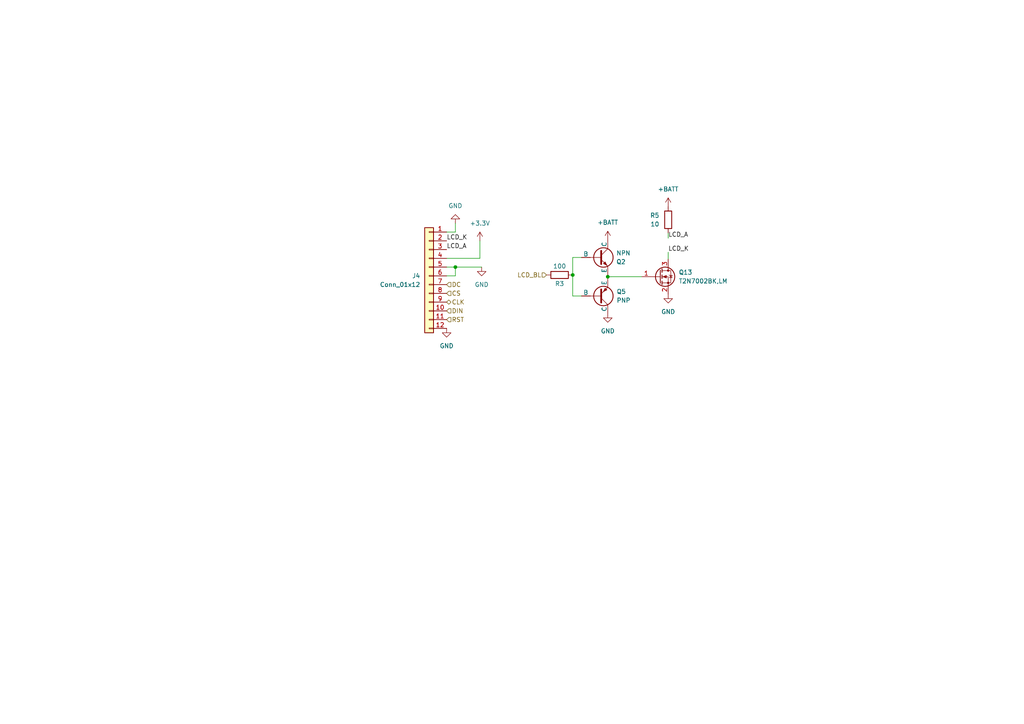
<source format=kicad_sch>
(kicad_sch (version 20230121) (generator eeschema)
  (paper "A4")
  (lib_symbols
    (symbol "Connector_Generic:Conn_01x12" (pin_names (offset 1.016) hide)
      (property "Reference" "J" (at 0 15.24 0))
      (property "Value" "Conn_01x12" (at 0 -17.78 0))
      (symbol "Conn_01x12_1_1"
        (rectangle (start -1.27 -15.113) (end 0 -15.367) (stroke (width 0.1524)))
        (rectangle (start -1.27 -12.573) (end 0 -12.827) (stroke (width 0.1524)))
        (rectangle (start -1.27 -10.033) (end 0 -10.287) (stroke (width 0.1524)))
        (rectangle (start -1.27 -7.493) (end 0 -7.747) (stroke (width 0.1524)))
        (rectangle (start -1.27 -4.953) (end 0 -5.207) (stroke (width 0.1524)))
        (rectangle (start -1.27 -2.413) (end 0 -2.667) (stroke (width 0.1524)))
        (rectangle (start -1.27 0.127) (end 0 -0.127) (stroke (width 0.1524)))
        (rectangle (start -1.27 2.667) (end 0 2.413) (stroke (width 0.1524)))
        (rectangle (start -1.27 5.207) (end 0 4.953) (stroke (width 0.1524)))
        (rectangle (start -1.27 7.747) (end 0 7.493) (stroke (width 0.1524)))
        (rectangle (start -1.27 10.287) (end 0 10.033) (stroke (width 0.1524)))
        (rectangle (start -1.27 12.827) (end 0 12.573) (stroke (width 0.1524)))
        (rectangle (start -1.27 13.97) (end 1.27 -16.51) (stroke (width 0.254)) (fill (type background)))
        (pin passive line (at -5.08 12.7 0) (length 3.81) (name "Pin_1") (number "1"))
        (pin passive line (at -5.08 -10.16 0) (length 3.81) (name "Pin_10") (number "10"))
        (pin passive line (at -5.08 -12.7 0) (length 3.81) (name "Pin_11") (number "11"))
        (pin passive line (at -5.08 -15.24 0) (length 3.81) (name "Pin_12") (number "12"))
        (pin passive line (at -5.08 10.16 0) (length 3.81) (name "Pin_2") (number "2"))
        (pin passive line (at -5.08 7.62 0) (length 3.81) (name "Pin_3") (number "3"))
        (pin passive line (at -5.08 5.08 0) (length 3.81) (name "Pin_4") (number "4"))
        (pin passive line (at -5.08 2.54 0) (length 3.81) (name "Pin_5") (number "5"))
        (pin passive line (at -5.08 0 0) (length 3.81) (name "Pin_6") (number "6"))
        (pin passive line (at -5.08 -2.54 0) (length 3.81) (name "Pin_7") (number "7"))
        (pin passive line (at -5.08 -5.08 0) (length 3.81) (name "Pin_8") (number "8"))
        (pin passive line (at -5.08 -7.62 0) (length 3.81) (name "Pin_9") (number "9"))
      )
    )
    (symbol "Device:R" (pin_numbers hide) (pin_names (offset 0))
      (property "Reference" "R" (at 2.032 0 90))
      (property "Value" "R" (at 0 0 90))
      (symbol "R_0_1"
        (rectangle (start -1.016 -2.54) (end 1.016 2.54) (stroke (width 0.254)))
      )
      (symbol "R_1_1"
        (pin passive line (at 0 3.81 270) (length 1.27) (name "~") (number "1"))
        (pin passive line (at 0 -3.81 90) (length 1.27) (name "~") (number "2"))
      )
    )
    (symbol "PNP_1" (pin_numbers hide) (pin_names (offset 0))
      (property "Reference" "Q5" (at 5.08 1.27 0))
      (property "Value" "PNP" (at 5.08 -1.27 0))
      (symbol "PNP_1_0_1"
        (polyline (pts (xy -2.54 0) (xy 0.635 0)) (stroke (width 0.1524)))
        (polyline (pts (xy 0.635 0.635) (xy 2.54 2.54)))
        (polyline (pts (xy 0.635 -0.635) (xy 2.54 -2.54) (xy 2.54 -2.54)))
        (polyline (pts (xy 0.635 1.905) (xy 0.635 -1.905) (xy 0.635 -1.905)) (stroke (width 0.508)))
        (polyline (pts (xy 2.286 -1.778) (xy 1.778 -2.286) (xy 1.27 -1.27) (xy 2.286 -1.778) (xy 2.286 -1.778)) (fill (type outline)))
        (circle (center 1.27 0) (radius 2.8194) (stroke (width 0.254)))
      )
      (symbol "PNP_1_1_1"
        (pin input line (at -5.08 0 0) (length 2.54) (name "B") (number "1"))
        (pin open_emitter line (at 2.54 -5.08 90) (length 2.54) (name "E") (number "2"))
        (pin open_collector line (at 2.54 5.08 270) (length 2.54) (name "C") (number "3"))
      )
    )
    (symbol "Simulation_SPICE:NPN" (pin_numbers hide) (pin_names (offset 0))
      (property "Reference" "Q2" (at 5.08 1.27 0))
      (property "Value" "NPN" (at 5.08 -1.27 0))
      (symbol "NPN_0_1"
        (polyline (pts (xy -2.54 0) (xy 0.635 0)) (stroke (width 0.1524)))
        (polyline (pts (xy 0.635 0.635) (xy 2.54 2.54)))
        (polyline (pts (xy 2.794 -1.27) (xy 2.794 -1.27)) (stroke (width 0.1524)))
        (polyline (pts (xy 2.794 -1.27) (xy 2.794 -1.27)) (stroke (width 0.1524)))
        (polyline (pts (xy 0.635 -0.635) (xy 2.54 -2.54) (xy 2.54 -2.54)))
        (polyline (pts (xy 0.635 1.905) (xy 0.635 -1.905) (xy 0.635 -1.905)) (stroke (width 0.508)))
        (polyline (pts (xy 1.27 -1.778) (xy 1.778 -1.27) (xy 2.286 -2.286) (xy 1.27 -1.778) (xy 1.27 -1.778)) (fill (type outline)))
        (circle (center 1.27 0) (radius 2.8194) (stroke (width 0.254)))
      )
      (symbol "NPN_1_1"
        (pin input line (at -5.08 0 0) (length 2.54) (name "B") (number "1"))
        (pin open_emitter line (at 2.54 -5.08 90) (length 2.54) (name "E") (number "2"))
        (pin open_collector line (at 2.54 5.08 270) (length 2.54) (name "C") (number "3"))
      )
    )
    (symbol "Transistor_FET:TSM2302CX" (pin_names hide)
      (property "Reference" "Q" (at 5.08 1.905 0))
      (property "Value" "TSM2302CX" (at 5.08 0 0))
      (symbol "TSM2302CX_0_1"
        (polyline (pts (xy 0.254 0) (xy -2.54 0)))
        (polyline (pts (xy 0.254 1.905) (xy 0.254 -1.905)) (stroke (width 0.254)))
        (polyline (pts (xy 0.762 -1.27) (xy 0.762 -2.286)) (stroke (width 0.254)))
        (polyline (pts (xy 0.762 0.508) (xy 0.762 -0.508)) (stroke (width 0.254)))
        (polyline (pts (xy 0.762 2.286) (xy 0.762 1.27)) (stroke (width 0.254)))
        (polyline (pts (xy 2.54 2.54) (xy 2.54 1.778)))
        (polyline (pts (xy 2.54 -2.54) (xy 2.54 0) (xy 0.762 0)))
        (polyline (pts (xy 0.762 -1.778) (xy 3.302 -1.778) (xy 3.302 1.778) (xy 0.762 1.778)))
        (polyline (pts (xy 1.016 0) (xy 2.032 0.381) (xy 2.032 -0.381) (xy 1.016 0)) (fill (type outline)))
        (polyline (pts (xy 2.794 0.508) (xy 2.921 0.381) (xy 3.683 0.381) (xy 3.81 0.254)))
        (polyline (pts (xy 3.302 0.381) (xy 2.921 -0.254) (xy 3.683 -0.254) (xy 3.302 0.381)))
        (circle (center 1.651 0) (radius 2.794) (stroke (width 0.254)))
        (circle (center 2.54 -1.778) (radius 0.254) (fill (type outline)))
        (circle (center 2.54 1.778) (radius 0.254) (fill (type outline)))
      )
      (symbol "TSM2302CX_1_1"
        (pin input line (at -5.08 0 0) (length 2.54) (name "G") (number "1"))
        (pin passive line (at 2.54 -5.08 90) (length 2.54) (name "S") (number "2"))
        (pin passive line (at 2.54 5.08 270) (length 2.54) (name "D") (number "3"))
      )
    )
    (symbol "power:+3.3V" (power) (pin_names (offset 0))
      (property "Value" "+3.3V" (at 0 3.556 0))
      (symbol "+3.3V_0_1"
        (polyline (pts (xy -0.762 1.27) (xy 0 2.54)))
        (polyline (pts (xy 0 0) (xy 0 2.54)))
        (polyline (pts (xy 0 2.54) (xy 0.762 1.27)))
      )
      (symbol "+3.3V_1_1"
        (pin power_in line (at 0 0 90) (length 0) hide (name "+3.3V") (number "1"))
      )
    )
    (symbol "power:+BATT" (power) (pin_names (offset 0))
      (property "Value" "+BATT" (at 0 3.556 0))
      (symbol "+BATT_0_1"
        (polyline (pts (xy -0.762 1.27) (xy 0 2.54)))
        (polyline (pts (xy 0 0) (xy 0 2.54)))
        (polyline (pts (xy 0 2.54) (xy 0.762 1.27)))
      )
      (symbol "+BATT_1_1"
        (pin power_in line (at 0 0 90) (length 0) hide (name "+BATT") (number "1"))
      )
    )
    (symbol "power:GND" (power) (pin_names (offset 0))
      (property "Value" "GND" (at 0 -3.81 0))
      (symbol "GND_0_1"
        (polyline (pts (xy 0 0) (xy 0 -1.27) (xy 1.27 -1.27) (xy 0 -2.54) (xy -1.27 -1.27) (xy 0 -1.27)))
      )
      (symbol "GND_1_1"
        (pin power_in line (at 0 0 270) (length 0) hide (name "GND") (number "1"))
      )
    )
  )
  (junction (at 176.276 80.264))
  (junction (at 166.116 79.756))
  (junction (at 132.08 77.47))
  (wire (pts (xy 193.802 73.152) (xy 193.802 75.184)))
  (wire (pts (xy 176.276 80.772) (xy 176.276 80.264)))
  (wire (pts (xy 168.656 74.676) (xy 166.116 74.676)))
  (wire (pts (xy 129.54 74.93) (xy 139.192 74.93)))
  (wire (pts (xy 176.276 80.264) (xy 186.182 80.264)))
  (wire (pts (xy 132.08 80.01) (xy 132.08 77.47)))
  (wire (pts (xy 166.116 85.852) (xy 166.116 79.756)))
  (wire (pts (xy 129.54 80.01) (xy 132.08 80.01)))
  (wire (pts (xy 139.192 74.93) (xy 139.192 69.85)))
  (wire (pts (xy 132.08 67.31) (xy 132.08 64.77)))
  (wire (pts (xy 168.656 85.852) (xy 166.116 85.852)))
  (wire (pts (xy 129.54 77.47) (xy 132.08 77.47)))
  (wire (pts (xy 193.802 67.564) (xy 193.802 69.088)))
  (wire (pts (xy 176.276 80.264) (xy 176.276 79.756)))
  (wire (pts (xy 129.54 67.31) (xy 132.08 67.31)))
  (wire (pts (xy 132.08 77.47) (xy 139.7 77.47)))
  (wire (pts (xy 166.116 74.676) (xy 166.116 79.756)))
  (label "LCD_K" (at 129.54 69.85 0))
  (label "LCD_K" (at 193.802 73.152 0))
  (label "LCD_A" (at 193.802 69.088 0))
  (label "LCD_A" (at 129.54 72.39 0))
  (hierarchical_label "LCD_BL" (shape input) (at 158.496 79.756 180))
  (hierarchical_label "DC" (shape input) (at 129.54 82.55 0))
  (hierarchical_label "CS" (shape input) (at 129.54 85.09 0))
  (hierarchical_label "DIN" (shape input) (at 129.54 90.17 0))
  (hierarchical_label "CLK" (shape bidirectional) (at 129.54 87.63 0))
  (hierarchical_label "RST" (shape input) (at 129.54 92.71 0))
  (symbol (lib_id "power:GND") (at 139.7 77.47 0) (unit 1)
    (property "Reference" "#PWR068" (effects hide))
    (property "Value" "GND" (at 139.7 82.55 0))
  )
  (symbol (lib_id "power:+3.3V") (at 139.192 69.85 0) (unit 1)
    (property "Reference" "#PWR067" (effects hide))
    (property "Value" "+3.3V" (at 139.192 64.77 0))
  )
  (symbol (lib_name "PNP_1") (lib_id "Simulation_SPICE:PNP") (at 173.736 85.852 0) (mirror x) (unit 1)
    (property "Reference" "Q5" (at 178.816 84.582 0) (effects (justify left)))
    (property "Value" "PNP" (at 178.816 87.122 0) (effects (justify left)))
    (property "Footprint" "Package_TO_SOT_SMD:SOT-23" (effects hide))
    (property "Sim.Device" "PNP" (effects hide))
    (property "Sim.Type" "GUMMELPOON" (effects hide))
    (property "Sim.Pins" "1=B 2=E 3=C" (effects hide))
    (property "Manufacturer" "Diodes Incorporated" (effects hide))
    (property "Manufacturer Part Number" "FMMT591TA" (effects hide))
    (property "Manufacturing Note" "B" (effects hide))
    (property "Package" "SOT23" (effects hide))
    (property "Description" "TRANS PNP 60V 1A SOT23-3" (effects hide))
    (property "Long Description" "Bipolar (BJT) Transistor PNP 60 V 1 A 150MHz 500 mW Surface Mount SOT-23-3" (effects hide))
    (instances (project "MaxTENS" (path "" (reference "Q5") (unit 1)) (path "" (reference "Q11") (unit 1)) (path "" (reference "Q15") (unit 1))))
  )
  (symbol (lib_id "Device:R") (at 162.306 79.756 90) (unit 1)
    (property "Reference" "R3" (at 162.306 82.296 90))
    (property "Value" "100" (at 162.306 77.216 90))
    (property "Footprint" "Resistor_SMD:R_0402_1005Metric" (effects hide))
    (property "Manufacturer Part Number" "RC0402FR-07100RL" (effects hide))
    (property "Manufacturer" "Yageo" (effects hide))
    (property "Package" "0402" (effects hide))
    (property "Description" "RES 100 OHM JUMPER 1/16W 0402" (effects hide))
    (property "Long Description" "100 Ohms Jumper Chip Resistor 0402 (1005 Metric) Moisture Resistant Thick Film" (effects hide))
    (instances (project "MaxTENS" (path "" (reference "R3") (unit 1)) (path "" (reference "R1") (unit 1)) (path "" (reference "R78") (unit 1))))
  )
  (symbol (lib_id "Connector_Generic:Conn_01x12") (at 124.46 80.01 0) (mirror y) (unit 1)
    (property "Reference" "J4" (at 121.92 80.01 0) (effects (justify left)))
    (property "Value" "Conn_01x12" (at 121.92 82.55 0) (effects (justify left)))
    (property "Footprint" "Library:FPC_TFT_LCD" (effects hide))
    (property "Package" "FPC Connector SMD" (effects hide))
    (property "Manufacturing Note" "B" (effects hide))
    (property "Description" "1.28 inch LCD round screen" (effects hide))
    (property "Long Description" "1.28 inch Round LCD with GCA" (effects hide))
  )
  (symbol (lib_id "power:GND") (at 129.54 95.25 0) (unit 1)
    (property "Reference" "#PWR069" (effects hide))
    (property "Value" "GND" (at 129.54 100.33 0))
  )
  (symbol (lib_id "Simulation_SPICE:NPN") (at 173.736 74.676 0) (unit 1)
    (property "Reference" "Q2" (at 178.7377 75.946 0) (effects (justify left)))
    (property "Value" "NPN" (at 178.7377 73.406 0) (effects (justify left)))
    (property "Footprint" "Package_TO_SOT_SMD:SOT-23" (effects hide))
    (property "Sim.Device" "NPN" (effects hide))
    (property "Sim.Type" "GUMMELPOON" (effects hide))
    (property "Sim.Pins" "1=B 2=C 3=E" (effects hide))
    (property "Manufacturer" "Diodes Incorporated" (effects hide))
    (property "Manufacturer Part Number" "DNBT8105-7" (effects hide))
    (property "Description" "TRANS NPN 60V 1A SOT23-3" (effects hide))
    (property "Long Description" "Bipolar (BJT) Transistor NPN 60 V 1 A 150MHz 460 mW Surface Mount SOT-23-3 (TO-236)" (effects hide))
    (property "Package" "SOT23-3" (effects hide))
    (property "Manufacturing Note" "B" (effects hide))
    (instances (project "MaxTENS" (path "" (reference "Q2") (unit 1)) (path "" (reference "Q6") (unit 1)) (path "" (reference "Q10") (unit 1)) (path "" (reference "Q14") (unit 1))))
  )
  (symbol (lib_id "power:GND") (at 176.276 90.932 0) (unit 1)
    (property "Reference" "#PWR02" (effects hide))
    (property "Value" "GND" (at 176.276 96.012 0))
    (instances (project "MaxTENS" (path "" (reference "#PWR02") (unit 1)) (path "" (reference "#PWR079") (unit 1)) (path "" (reference "#PWR0113") (unit 1))))
  )
  (symbol (lib_id "power:+BATT") (at 193.802 59.944 0) (unit 1)
    (property "Reference" "#PWR040" (effects hide))
    (property "Value" "+BATT" (at 193.802 54.864 0))
    (instances (project "MaxTENS" (path "" (reference "#PWR040") (unit 1)) (path "" (reference "#PWR0110") (unit 1)) (path "" (reference "#PWR0110") (unit 1))))
  )
  (symbol (lib_id "power:GND") (at 132.08 64.77 180) (unit 1)
    (property "Reference" "#PWR066" (effects hide))
    (property "Value" "GND" (at 132.08 59.69 0))
  )
  (symbol (lib_id "Transistor_FET:TSM2302CX") (at 191.262 80.264 0) (unit 1)
    (property "Reference" "Q13" (at 196.85 78.994 0) (effects (justify left)))
    (property "Value" "T2N7002BK,LM" (at 196.85 81.534 0) (effects (justify left)))
    (property "Footprint" "Package_TO_SOT_SMD:SOT-23" (effects hide))
    (property "Datasheet" "https://www.taiwansemi.com/products/datasheet/TSM2302CX_E1608.pdf" (effects hide))
    (property "Manufacturer" "Toshiba Semiconductor and Storage" (effects hide))
    (property "Long Description" "N-Channel 60 V 400mA (Ta) 320mW (Ta) Surface Mount SOT-23-3" (effects hide))
    (property "Manufacturer Part Number" "T2N7002BK,LM" (effects hide))
    (property "Package" "SOT23-3" (effects hide))
    (property "Manufacturing Note" "C" (effects hide))
  )
  (symbol (lib_id "power:GND") (at 193.802 85.344 0) (unit 1)
    (property "Reference" "#PWR0111" (effects hide))
    (property "Value" "GND" (at 193.802 90.424 0))
  )
  (symbol (lib_id "power:+BATT") (at 176.276 69.596 0) (mirror y) (unit 1)
    (property "Reference" "#PWR06" (effects hide))
    (property "Value" "+BATT" (at 176.276 64.516 0))
    (instances (project "MaxTENS" (path "" (reference "#PWR06") (unit 1)) (path "" (reference "#PWR078") (unit 1)) (path "" (reference "#PWR0112") (unit 1))))
  )
  (symbol (lib_id "Device:R") (at 193.802 63.754 0) (mirror y) (unit 1)
    (property "Reference" "R5" (at 191.262 62.484 0) (effects (justify left)))
    (property "Value" "10" (at 191.262 65.024 0) (effects (justify left)))
    (property "Footprint" "Resistor_SMD:R_0402_1005Metric" (effects hide))
    (property "Manufacturer" "Yageo" (effects hide))
    (property "Manufacturer Part Number" "RC0402FR-0710RL" (effects hide))
    (property "Manufacturing Note" "D" (effects hide))
    (property "Description" "RES 10 OHM 1% 1/16W 0402" (effects hide))
    (property "Long Description" "10 Ohms ±1% 0.063W, 1/16W Chip Resistor 0402 (1005 Metric) Thick Film" (effects hide))
    (instances (project "MaxTENS" (path "" (reference "R5") (unit 1)) (path "" (reference "R21") (unit 1)) (path "" (reference "R76") (unit 1)) (path "" (reference "R76") (unit 1))))
  )
)
</source>
